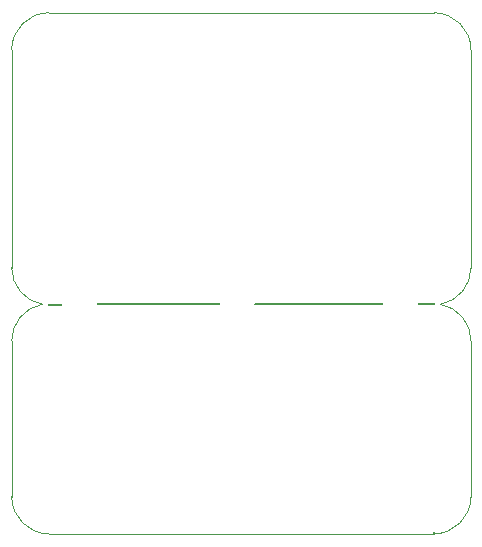
<source format=gbr>
%TF.GenerationSoftware,Altium Limited,Altium Designer,20.0.10 (225)*%
G04 Layer_Color=0*
%FSLAX26Y26*%
%MOIN*%
%TF.FileFunction,Profile,NP*%
%TF.Part,CustomerPanel*%
G01*
G75*
%TA.AperFunction,Profile*%
%ADD27C,0.001000*%
G36*
X2308135Y3516876D02*
X2306886D01*
X2305120Y3518642D01*
Y3521140D01*
X2306886Y3522906D01*
X2308135D01*
D01*
X2350000D01*
X2350600D01*
X2351708Y3522447D01*
X2352556Y3521599D01*
X2353015Y3520490D01*
Y3519891D01*
Y3519291D01*
X2352556Y3518183D01*
X2351708Y3517335D01*
X2350600Y3516876D01*
X2350000D01*
D01*
X2308135D01*
D02*
G37*
G36*
X3540000Y3518984D02*
X3538751D01*
X3536985Y3520750D01*
Y3523248D01*
X3538751Y3525014D01*
X3540000D01*
D01*
X3591157D01*
X3591756D01*
X3592864Y3524555D01*
X3593713Y3523707D01*
X3594172Y3522599D01*
Y3521999D01*
Y3521399D01*
X3593713Y3520291D01*
X3592864Y3519443D01*
X3591756Y3518984D01*
X3591157D01*
D01*
X3540000D01*
D02*
G37*
G36*
X2995000Y3518984D02*
X2993751D01*
X2991985Y3520750D01*
Y3523248D01*
X2993751Y3525014D01*
X2995000D01*
D01*
X3420000Y3525014D01*
X3420600D01*
X3421708Y3524555D01*
X3422556Y3523707D01*
X3423015Y3522599D01*
Y3521999D01*
Y3521399D01*
X3422556Y3520291D01*
X3421708Y3519443D01*
X3420600Y3518984D01*
X3420000D01*
D01*
X2995000Y3518984D01*
D02*
G37*
G36*
X2470000D02*
X2468751D01*
X2466985Y3520750D01*
Y3523248D01*
X2468751Y3525014D01*
X2470000D01*
D01*
X2875000D01*
X2875600D01*
X2876708Y3524555D01*
X2877556Y3523707D01*
X2878015Y3522599D01*
Y3521999D01*
Y3521399D01*
X2877556Y3520291D01*
X2876708Y3519443D01*
X2875600Y3518984D01*
X2875000D01*
D01*
X2470000D01*
D02*
G37*
D27*
X2183984Y3398780D02*
G02*
X2183984Y3398804I3015J0D01*
G01*
D02*
G02*
X2183984Y3398805I3015J0D01*
G01*
D02*
G02*
X2183984Y3398815I124126J-25D01*
G01*
D02*
G02*
X2286134Y3520945I124126J-36D01*
G01*
D02*
G02*
X2183984Y3643110I21976J122165D01*
G01*
Y4368780D01*
D02*
G02*
X2308110Y4492906I124126J0D01*
G01*
D02*
G02*
X2308135Y4492906I0J-6016D01*
G01*
D02*
G02*
X2308145Y4492906I-24J-6016D01*
G01*
X3591181Y4492906D01*
D02*
G02*
X3715307Y4368780I0J-124126D01*
G01*
Y3643110D01*
D02*
G02*
X3613157Y3520945I-124126J0D01*
G01*
D02*
G02*
X3715307Y3398780I-21976J-122165D01*
G01*
Y2880000D01*
D02*
G02*
X3591181Y2755874I-124126J0D01*
G01*
D02*
G02*
X3591157Y2755874I0J6016D01*
G01*
D02*
G02*
X3591146Y2755874I24J6016D01*
G01*
X3591181D01*
Y2755874D01*
D02*
G02*
X3591157Y2755874I-24J3015D01*
G01*
D02*
G03*
X3591181Y2755874I24J3015D01*
G01*
X3591157Y2755874D01*
D02*
G02*
X3591157Y2755874I24J3015D01*
G01*
D02*
G02*
X3591132Y2755874I0J3015D01*
G01*
D02*
G03*
X3591146Y2755874I49J6016D01*
G01*
X2308110Y2755874D01*
D02*
G02*
X2183984Y2880000I0J124126D01*
G01*
X2183984Y3398780D01*
%TF.MD5,91bde2c9197edb0ad4c35d7c09997c16*%
M02*

</source>
